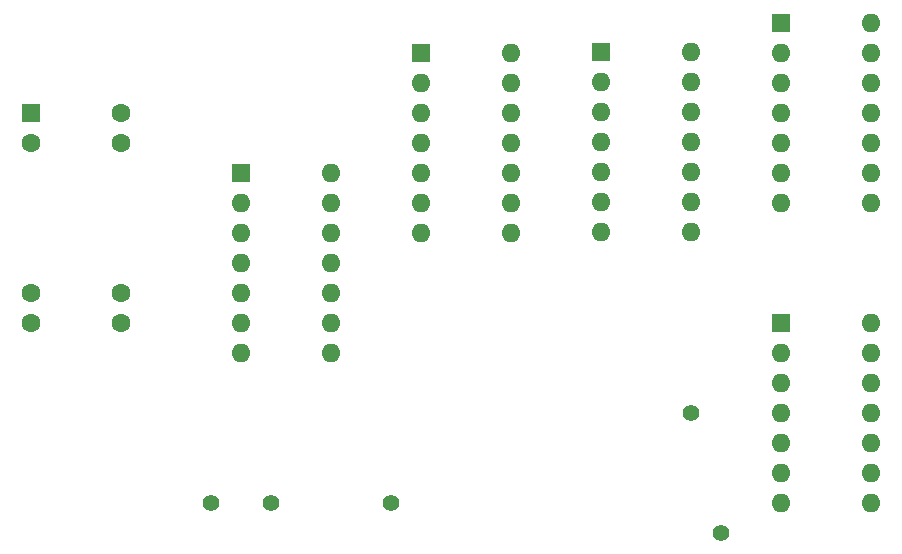
<source format=gbr>
%TF.GenerationSoftware,KiCad,Pcbnew,7.0.1*%
%TF.CreationDate,2023-04-06T21:44:55+03:00*%
%TF.ProjectId,BSPD_large,42535044-5f6c-4617-9267-652e6b696361,rev?*%
%TF.SameCoordinates,Original*%
%TF.FileFunction,Soldermask,Bot*%
%TF.FilePolarity,Negative*%
%FSLAX46Y46*%
G04 Gerber Fmt 4.6, Leading zero omitted, Abs format (unit mm)*
G04 Created by KiCad (PCBNEW 7.0.1) date 2023-04-06 21:44:55*
%MOMM*%
%LPD*%
G01*
G04 APERTURE LIST*
%ADD10C,1.400000*%
%ADD11R,1.600000X1.600000*%
%ADD12O,1.600000X1.600000*%
%ADD13C,1.600000*%
G04 APERTURE END LIST*
D10*
%TO.C,TP4*%
X114300000Y-83820000D03*
%TD*%
D11*
%TO.C,U1*%
X157480000Y-43180000D03*
D12*
X157480000Y-45720000D03*
X157480000Y-48260000D03*
X157480000Y-50800000D03*
X157480000Y-53340000D03*
X157480000Y-55880000D03*
X157480000Y-58420000D03*
X165100000Y-58420000D03*
X165100000Y-55880000D03*
X165100000Y-53340000D03*
X165100000Y-50800000D03*
X165100000Y-48260000D03*
X165100000Y-45720000D03*
X165100000Y-43180000D03*
%TD*%
D11*
%TO.C,U3*%
X111760000Y-55880000D03*
D12*
X111760000Y-58420000D03*
X111760000Y-60960000D03*
X111760000Y-63500000D03*
X111760000Y-66040000D03*
X111760000Y-68580000D03*
X111760000Y-71120000D03*
X119380000Y-71120000D03*
X119380000Y-68580000D03*
X119380000Y-66040000D03*
X119380000Y-63500000D03*
X119380000Y-60960000D03*
X119380000Y-58420000D03*
X119380000Y-55880000D03*
%TD*%
D11*
%TO.C,U4*%
X127000000Y-45720000D03*
D12*
X127000000Y-48260000D03*
X127000000Y-50800000D03*
X127000000Y-53340000D03*
X127000000Y-55880000D03*
X127000000Y-58420000D03*
X127000000Y-60960000D03*
X134620000Y-60960000D03*
X134620000Y-58420000D03*
X134620000Y-55880000D03*
X134620000Y-53340000D03*
X134620000Y-50800000D03*
X134620000Y-48260000D03*
X134620000Y-45720000D03*
%TD*%
D11*
%TO.C,U2*%
X93980000Y-50800000D03*
D13*
X93980000Y-53340000D03*
X93980000Y-66040000D03*
X93980000Y-68580000D03*
X101600000Y-68580000D03*
X101600000Y-66040000D03*
X101600000Y-53340000D03*
X101600000Y-50800000D03*
%TD*%
D11*
%TO.C,U6*%
X157480000Y-68580000D03*
D12*
X157480000Y-71120000D03*
X157480000Y-73660000D03*
X157480000Y-76200000D03*
X157480000Y-78740000D03*
X157480000Y-81280000D03*
X157480000Y-83820000D03*
X165100000Y-83820000D03*
X165100000Y-81280000D03*
X165100000Y-78740000D03*
X165100000Y-76200000D03*
X165100000Y-73660000D03*
X165100000Y-71120000D03*
X165100000Y-68580000D03*
%TD*%
D10*
%TO.C,TP1*%
X109220000Y-83820000D03*
%TD*%
%TO.C,TP2*%
X149860000Y-76200000D03*
%TD*%
%TO.C,TP3*%
X124460000Y-83820000D03*
%TD*%
%TO.C,TP5*%
X152400000Y-86360000D03*
%TD*%
D11*
%TO.C,U5*%
X142240000Y-45715000D03*
D12*
X142240000Y-48255000D03*
X142240000Y-50795000D03*
X142240000Y-53335000D03*
X142240000Y-55875000D03*
X142240000Y-58415000D03*
X142240000Y-60955000D03*
X149860000Y-60955000D03*
X149860000Y-58415000D03*
X149860000Y-55875000D03*
X149860000Y-53335000D03*
X149860000Y-50795000D03*
X149860000Y-48255000D03*
X149860000Y-45715000D03*
%TD*%
M02*

</source>
